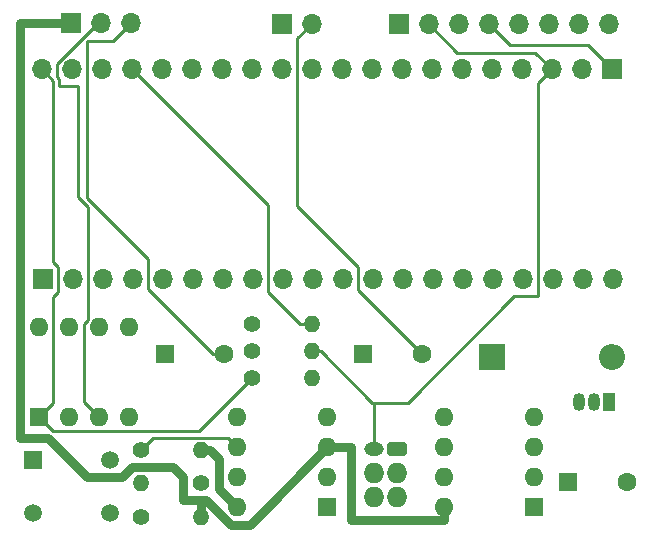
<source format=gbr>
%TF.GenerationSoftware,KiCad,Pcbnew,7.0.7*%
%TF.CreationDate,2023-11-13T10:05:20-05:00*%
%TF.ProjectId,Capstone-board-v1,43617073-746f-46e6-952d-626f6172642d,rev?*%
%TF.SameCoordinates,Original*%
%TF.FileFunction,Copper,L2,Bot*%
%TF.FilePolarity,Positive*%
%FSLAX46Y46*%
G04 Gerber Fmt 4.6, Leading zero omitted, Abs format (unit mm)*
G04 Created by KiCad (PCBNEW 7.0.7) date 2023-11-13 10:05:20*
%MOMM*%
%LPD*%
G01*
G04 APERTURE LIST*
G04 Aperture macros list*
%AMRoundRect*
0 Rectangle with rounded corners*
0 $1 Rounding radius*
0 $2 $3 $4 $5 $6 $7 $8 $9 X,Y pos of 4 corners*
0 Add a 4 corners polygon primitive as box body*
4,1,4,$2,$3,$4,$5,$6,$7,$8,$9,$2,$3,0*
0 Add four circle primitives for the rounded corners*
1,1,$1+$1,$2,$3*
1,1,$1+$1,$4,$5*
1,1,$1+$1,$6,$7*
1,1,$1+$1,$8,$9*
0 Add four rect primitives between the rounded corners*
20,1,$1+$1,$2,$3,$4,$5,0*
20,1,$1+$1,$4,$5,$6,$7,0*
20,1,$1+$1,$6,$7,$8,$9,0*
20,1,$1+$1,$8,$9,$2,$3,0*%
G04 Aperture macros list end*
%TA.AperFunction,ComponentPad*%
%ADD10RoundRect,0.250000X-0.575000X0.350000X-0.575000X-0.350000X0.575000X-0.350000X0.575000X0.350000X0*%
%TD*%
%TA.AperFunction,ComponentPad*%
%ADD11O,1.650000X1.200000*%
%TD*%
%TA.AperFunction,ComponentPad*%
%ADD12O,1.750000X1.750000*%
%TD*%
%TA.AperFunction,ComponentPad*%
%ADD13O,1.700000X1.700000*%
%TD*%
%TA.AperFunction,ComponentPad*%
%ADD14R,1.700000X1.700000*%
%TD*%
%TA.AperFunction,ComponentPad*%
%ADD15C,1.508000*%
%TD*%
%TA.AperFunction,ComponentPad*%
%ADD16R,1.508000X1.508000*%
%TD*%
%TA.AperFunction,ComponentPad*%
%ADD17O,1.050000X1.500000*%
%TD*%
%TA.AperFunction,ComponentPad*%
%ADD18R,1.050000X1.500000*%
%TD*%
%TA.AperFunction,ComponentPad*%
%ADD19C,1.400000*%
%TD*%
%TA.AperFunction,ComponentPad*%
%ADD20O,1.400000X1.400000*%
%TD*%
%TA.AperFunction,ComponentPad*%
%ADD21O,1.600000X1.600000*%
%TD*%
%TA.AperFunction,ComponentPad*%
%ADD22R,1.600000X1.600000*%
%TD*%
%TA.AperFunction,ComponentPad*%
%ADD23C,1.600000*%
%TD*%
%TA.AperFunction,ComponentPad*%
%ADD24O,2.200000X2.200000*%
%TD*%
%TA.AperFunction,ComponentPad*%
%ADD25R,2.200000X2.200000*%
%TD*%
%TA.AperFunction,Conductor*%
%ADD26C,0.750000*%
%TD*%
%TA.AperFunction,Conductor*%
%ADD27C,0.250000*%
%TD*%
G04 APERTURE END LIST*
D10*
%TO.P,BT1,1,+*%
%TO.N,VCC*%
X54740000Y-59600000D03*
D11*
%TO.P,BT1,2,-*%
%TO.N,Earth*%
X52740000Y-59600000D03*
D12*
%TO.P,BT1,3*%
%TO.N,N/C*%
X54740000Y-61600000D03*
%TO.P,BT1,4*%
X52740000Y-61600000D03*
%TO.P,BT1,5*%
X54740000Y-63600000D03*
%TO.P,BT1,6*%
X52740000Y-63600000D03*
%TD*%
D13*
%TO.P,M1,2,-*%
%TO.N,Net-(D1-A)*%
X47480000Y-23540000D03*
D14*
%TO.P,M1,1,+*%
%TO.N,Net-(D1-K)*%
X44940000Y-23540000D03*
%TD*%
D13*
%TO.P,U3,3,GND*%
%TO.N,Earth*%
X32200000Y-23470000D03*
%TO.P,U3,2,VOUT*%
%TO.N,Net-(U3-VOUT)*%
X29660000Y-23470000D03*
D14*
%TO.P,U3,1,VCC*%
%TO.N,Net-(U1-IN)*%
X27120000Y-23470000D03*
%TD*%
D15*
%TO.P,S1,4*%
%TO.N,Net-(U2-THR)*%
X30428000Y-64988000D03*
%TO.P,S1,3*%
%TO.N,unconnected-(S1-Pad3)*%
X23928000Y-64988000D03*
%TO.P,S1,2*%
%TO.N,unconnected-(S1-Pad2)*%
X30428000Y-60488000D03*
D16*
%TO.P,S1,1*%
%TO.N,Net-(C1-Pad1)*%
X23928000Y-60488000D03*
%TD*%
D17*
%TO.P,Q1,3,C*%
%TO.N,Net-(D1-A)*%
X70104000Y-55626000D03*
%TO.P,Q1,2,B*%
%TO.N,Net-(Q1-B)*%
X71374000Y-55626000D03*
D18*
%TO.P,Q1,1,E*%
%TO.N,Earth*%
X72644000Y-55626000D03*
%TD*%
D19*
%TO.P,R4,1*%
%TO.N,Net-(Q1-B)*%
X42418000Y-49022000D03*
D20*
%TO.P,R4,2*%
%TO.N,Net-(J1-Pin_17)*%
X47498000Y-49022000D03*
%TD*%
D21*
%TO.P,U2,8,VCC*%
%TO.N,VCC*%
X41148000Y-64470500D03*
%TO.P,U2,7,DIS*%
%TO.N,unconnected-(U2-DIS-Pad7)*%
X41148000Y-61930500D03*
%TO.P,U2,6,THR*%
%TO.N,Net-(U2-THR)*%
X41148000Y-59390500D03*
%TO.P,U2,5,CV*%
%TO.N,unconnected-(U2-CV-Pad5)*%
X41148000Y-56850500D03*
%TO.P,U2,4,R*%
%TO.N,VCC*%
X48768000Y-56850500D03*
%TO.P,U2,3,Q*%
%TO.N,Net-(U1-IN)*%
X48768000Y-59390500D03*
%TO.P,U2,2,TR*%
%TO.N,Net-(U2-THR)*%
X48768000Y-61930500D03*
D22*
%TO.P,U2,1,GND*%
%TO.N,Earth*%
X48768000Y-64470500D03*
%TD*%
D21*
%TO.P,U1,8,IN*%
%TO.N,Net-(U1-IN)*%
X58664000Y-64506000D03*
%TO.P,U1,7,NC*%
%TO.N,unconnected-(U1-NC-Pad7)*%
X58664000Y-61966000D03*
%TO.P,U1,6,NC*%
%TO.N,unconnected-(U1-NC-Pad6)*%
X58664000Y-59426000D03*
%TO.P,U1,5,\u002ASHDN*%
%TO.N,unconnected-(U1-\u002ASHDN-Pad5)*%
X58664000Y-56886000D03*
%TO.P,U1,4,NC*%
%TO.N,unconnected-(U1-NC-Pad4)*%
X66284000Y-56886000D03*
%TO.P,U1,3,GND*%
%TO.N,Earth*%
X66284000Y-59426000D03*
%TO.P,U1,2,NC/ADJ*%
%TO.N,unconnected-(U1-NC{slash}ADJ-Pad2)*%
X66284000Y-61966000D03*
D22*
%TO.P,U1,1,OUT*%
%TO.N,Net-(D1-K)*%
X66284000Y-64506000D03*
%TD*%
D23*
%TO.P,C1,2*%
%TO.N,Earth*%
X40092000Y-51562000D03*
D22*
%TO.P,C1,1*%
%TO.N,Net-(C1-Pad1)*%
X35092000Y-51562000D03*
%TD*%
D19*
%TO.P,R6,1*%
%TO.N,Net-(J1-Pin_20)*%
X42418000Y-53594000D03*
D20*
%TO.P,R6,2*%
%TO.N,Net-(U4--)*%
X47498000Y-53594000D03*
%TD*%
D19*
%TO.P,R2,1*%
%TO.N,Earth*%
X38130000Y-62480000D03*
D20*
%TO.P,R2,2*%
%TO.N,Net-(U2-THR)*%
X33050000Y-62480000D03*
%TD*%
D19*
%TO.P,R3,1*%
%TO.N,Net-(U2-THR)*%
X33020000Y-59644500D03*
D20*
%TO.P,R3,2*%
%TO.N,VCC*%
X38100000Y-59644500D03*
%TD*%
D22*
%TO.P,C3,1*%
%TO.N,Net-(D1-K)*%
X51856000Y-51562000D03*
D23*
%TO.P,C3,2*%
%TO.N,Net-(D1-A)*%
X56856000Y-51562000D03*
%TD*%
D22*
%TO.P,U4,1*%
%TO.N,Net-(J1-Pin_20)*%
X24394000Y-56886000D03*
D21*
%TO.P,U4,2,-*%
%TO.N,Net-(U4--)*%
X26934000Y-56886000D03*
%TO.P,U4,3,+*%
%TO.N,Net-(U3-VOUT)*%
X29474000Y-56886000D03*
%TO.P,U4,4,V-*%
%TO.N,Earth*%
X32014000Y-56886000D03*
%TO.P,U4,5*%
%TO.N,N/C*%
X32014000Y-49266000D03*
%TO.P,U4,6*%
X29474000Y-49266000D03*
%TO.P,U4,7*%
X26934000Y-49266000D03*
%TO.P,U4,8,V+*%
%TO.N,Net-(D1-K)*%
X24394000Y-49266000D03*
%TD*%
D13*
%TO.P,J3,8,Pin_8*%
%TO.N,unconnected-(J3-Pin_8-Pad8)*%
X72644000Y-23622000D03*
%TO.P,J3,7,Pin_7*%
%TO.N,unconnected-(J3-Pin_7-Pad7)*%
X70104000Y-23622000D03*
%TO.P,J3,6,Pin_6*%
%TO.N,unconnected-(J3-Pin_6-Pad6)*%
X67564000Y-23622000D03*
%TO.P,J3,5,Pin_5*%
%TO.N,unconnected-(J3-Pin_5-Pad5)*%
X65024000Y-23622000D03*
%TO.P,J3,4,Pin_4*%
%TO.N,Net-(J1-Pin_1)*%
X62484000Y-23622000D03*
%TO.P,J3,3,Pin_3*%
%TO.N,Net-(J1-Pin_2)*%
X59944000Y-23622000D03*
%TO.P,J3,2,Pin_2*%
%TO.N,Earth*%
X57404000Y-23622000D03*
D14*
%TO.P,J3,1,Pin_1*%
%TO.N,Net-(D1-K)*%
X54864000Y-23622000D03*
%TD*%
D13*
%TO.P,J1,20,Pin_20*%
%TO.N,Net-(J1-Pin_20)*%
X24638000Y-27432000D03*
%TO.P,J1,19,Pin_19*%
%TO.N,unconnected-(J1-Pin_19-Pad19)*%
X27178000Y-27432000D03*
%TO.P,J1,18,Pin_18*%
%TO.N,unconnected-(J1-Pin_18-Pad18)*%
X29718000Y-27432000D03*
%TO.P,J1,17,Pin_17*%
%TO.N,Net-(J1-Pin_17)*%
X32258000Y-27432000D03*
%TO.P,J1,16,Pin_16*%
%TO.N,unconnected-(J1-Pin_16-Pad16)*%
X34798000Y-27432000D03*
%TO.P,J1,15,Pin_15*%
%TO.N,unconnected-(J1-Pin_15-Pad15)*%
X37338000Y-27432000D03*
%TO.P,J1,14,Pin_14*%
%TO.N,unconnected-(J1-Pin_14-Pad14)*%
X39878000Y-27432000D03*
%TO.P,J1,13,Pin_13*%
%TO.N,unconnected-(J1-Pin_13-Pad13)*%
X42418000Y-27432000D03*
%TO.P,J1,12,Pin_12*%
%TO.N,unconnected-(J1-Pin_12-Pad12)*%
X44958000Y-27432000D03*
%TO.P,J1,11,Pin_11*%
%TO.N,unconnected-(J1-Pin_11-Pad11)*%
X47498000Y-27432000D03*
%TO.P,J1,10,Pin_10*%
%TO.N,unconnected-(J1-Pin_10-Pad10)*%
X50038000Y-27432000D03*
%TO.P,J1,9,Pin_9*%
%TO.N,unconnected-(J1-Pin_9-Pad9)*%
X52578000Y-27432000D03*
%TO.P,J1,8,Pin_8*%
%TO.N,unconnected-(J1-Pin_8-Pad8)*%
X55118000Y-27432000D03*
%TO.P,J1,7,Pin_7*%
%TO.N,unconnected-(J1-Pin_7-Pad7)*%
X57658000Y-27432000D03*
%TO.P,J1,6,Pin_6*%
%TO.N,unconnected-(J1-Pin_6-Pad6)*%
X60198000Y-27432000D03*
%TO.P,J1,5,Pin_5*%
%TO.N,unconnected-(J1-Pin_5-Pad5)*%
X62738000Y-27432000D03*
%TO.P,J1,4,Pin_4*%
%TO.N,unconnected-(J1-Pin_4-Pad4)*%
X65278000Y-27432000D03*
%TO.P,J1,3,Pin_3*%
%TO.N,Earth*%
X67818000Y-27432000D03*
%TO.P,J1,2,Pin_2*%
%TO.N,Net-(J1-Pin_2)*%
X70358000Y-27432000D03*
D14*
%TO.P,J1,1,Pin_1*%
%TO.N,Net-(J1-Pin_1)*%
X72898000Y-27432000D03*
%TD*%
D19*
%TO.P,R5,1*%
%TO.N,Net-(U4--)*%
X42418000Y-51308000D03*
D20*
%TO.P,R5,2*%
%TO.N,Earth*%
X47498000Y-51308000D03*
%TD*%
D13*
%TO.P,J2,20,Pin_20*%
%TO.N,unconnected-(J2-Pin_20-Pad20)*%
X72974200Y-45212000D03*
%TO.P,J2,19,Pin_19*%
%TO.N,Net-(D1-K)*%
X70434200Y-45212000D03*
%TO.P,J2,18,Pin_18*%
%TO.N,unconnected-(J2-Pin_18-Pad18)*%
X67894200Y-45212000D03*
%TO.P,J2,17,Pin_17*%
%TO.N,unconnected-(J2-Pin_17-Pad17)*%
X65354200Y-45212000D03*
%TO.P,J2,16,Pin_16*%
%TO.N,unconnected-(J2-Pin_16-Pad16)*%
X62814200Y-45212000D03*
%TO.P,J2,15,Pin_15*%
%TO.N,unconnected-(J2-Pin_15-Pad15)*%
X60274200Y-45212000D03*
%TO.P,J2,14,Pin_14*%
%TO.N,unconnected-(J2-Pin_14-Pad14)*%
X57734200Y-45212000D03*
%TO.P,J2,13,Pin_13*%
%TO.N,unconnected-(J2-Pin_13-Pad13)*%
X55194200Y-45212000D03*
%TO.P,J2,12,Pin_12*%
%TO.N,unconnected-(J2-Pin_12-Pad12)*%
X52654200Y-45212000D03*
%TO.P,J2,11,Pin_11*%
%TO.N,unconnected-(J2-Pin_11-Pad11)*%
X50114200Y-45212000D03*
%TO.P,J2,10,Pin_10*%
%TO.N,unconnected-(J2-Pin_10-Pad10)*%
X47574200Y-45212000D03*
%TO.P,J2,9,Pin_9*%
%TO.N,unconnected-(J2-Pin_9-Pad9)*%
X45034200Y-45212000D03*
%TO.P,J2,8,Pin_8*%
%TO.N,unconnected-(J2-Pin_8-Pad8)*%
X42494200Y-45212000D03*
%TO.P,J2,7,Pin_7*%
%TO.N,unconnected-(J2-Pin_7-Pad7)*%
X39954200Y-45212000D03*
%TO.P,J2,6,Pin_6*%
%TO.N,unconnected-(J2-Pin_6-Pad6)*%
X37414200Y-45212000D03*
%TO.P,J2,5,Pin_5*%
%TO.N,unconnected-(J2-Pin_5-Pad5)*%
X34874200Y-45212000D03*
%TO.P,J2,4,Pin_4*%
%TO.N,unconnected-(J2-Pin_4-Pad4)*%
X32334200Y-45212000D03*
%TO.P,J2,3,Pin_3*%
%TO.N,unconnected-(J2-Pin_3-Pad3)*%
X29794200Y-45212000D03*
%TO.P,J2,2,Pin_2*%
%TO.N,unconnected-(J2-Pin_2-Pad2)*%
X27254200Y-45212000D03*
D14*
%TO.P,J2,1,Pin_1*%
%TO.N,unconnected-(J2-Pin_1-Pad1)*%
X24714200Y-45212000D03*
%TD*%
D23*
%TO.P,C2,2*%
%TO.N,Earth*%
X74168000Y-62378000D03*
D22*
%TO.P,C2,1*%
%TO.N,Net-(D1-K)*%
X69168000Y-62378000D03*
%TD*%
D24*
%TO.P,D1,2,A*%
%TO.N,Net-(D1-A)*%
X72898000Y-51816000D03*
D25*
%TO.P,D1,1,K*%
%TO.N,Net-(D1-K)*%
X62738000Y-51816000D03*
%TD*%
D19*
%TO.P,R1,1*%
%TO.N,Net-(C1-Pad1)*%
X33050000Y-65300000D03*
D20*
%TO.P,R1,2*%
%TO.N,Net-(U1-IN)*%
X38130000Y-65300000D03*
%TD*%
D26*
%TO.N,Net-(U1-IN)*%
X22790000Y-23470000D02*
X27120000Y-23470000D01*
X22790000Y-58630000D02*
X22790000Y-23470000D01*
X32301377Y-61110000D02*
X31441377Y-61970000D01*
X25148051Y-58630000D02*
X22790000Y-58630000D01*
X35750000Y-61110000D02*
X32301377Y-61110000D01*
X36560000Y-61920000D02*
X35750000Y-61110000D01*
X28488051Y-61970000D02*
X25148051Y-58630000D01*
X36560000Y-63860000D02*
X36560000Y-61920000D01*
X31441377Y-61970000D02*
X28488051Y-61970000D01*
X38530000Y-63860000D02*
X36560000Y-63860000D01*
D27*
%TO.N,Net-(U3-VOUT)*%
X29660000Y-23470000D02*
X29363604Y-23470000D01*
X29363604Y-23470000D02*
X25900000Y-26933604D01*
X25900000Y-26933604D02*
X25900000Y-28057604D01*
X25900000Y-28057604D02*
X26070000Y-28227604D01*
X27664701Y-38201097D02*
X28530000Y-39066396D01*
X26070000Y-28227604D02*
X26070000Y-28840000D01*
X27664701Y-28840000D02*
X27664701Y-38201097D01*
X26070000Y-28840000D02*
X27664701Y-28840000D01*
X28530000Y-39066396D02*
X28530000Y-48619009D01*
X28530000Y-48619009D02*
X28180000Y-48969009D01*
X28180000Y-48969009D02*
X28180000Y-55592000D01*
X28180000Y-55592000D02*
X29474000Y-56886000D01*
%TO.N,Earth*%
X52740000Y-55790000D02*
X52578000Y-55628000D01*
X52740000Y-59600000D02*
X52740000Y-55790000D01*
D26*
%TO.N,Net-(U1-IN)*%
X58664000Y-64506000D02*
X58664000Y-65580000D01*
X50809500Y-59390500D02*
X48768000Y-59390500D01*
X58664000Y-65580000D02*
X50810000Y-65580000D01*
X50810000Y-65580000D02*
X50810000Y-59390000D01*
X50810000Y-59390000D02*
X50809500Y-59390500D01*
D27*
%TO.N,Net-(D1-A)*%
X46230000Y-39020000D02*
X46230000Y-24790000D01*
X51380000Y-46086000D02*
X51380000Y-44170000D01*
X51380000Y-44170000D02*
X46230000Y-39020000D01*
X46230000Y-24790000D02*
X47480000Y-23540000D01*
X56856000Y-51562000D02*
X51380000Y-46086000D01*
%TO.N,Earth*%
X30640000Y-25030000D02*
X32200000Y-23470000D01*
X28440000Y-25030000D02*
X30640000Y-25030000D01*
D26*
%TO.N,VCC*%
X39630000Y-62952500D02*
X41148000Y-64470500D01*
X38864500Y-59644500D02*
X39630000Y-60410000D01*
X38100000Y-59644500D02*
X38864500Y-59644500D01*
X39630000Y-60410000D02*
X39630000Y-62952500D01*
D27*
%TO.N,Earth*%
X48258000Y-51308000D02*
X47498000Y-51308000D01*
X33600000Y-46046000D02*
X39116000Y-51562000D01*
X59812000Y-26030000D02*
X57404000Y-23622000D01*
X66660000Y-28590000D02*
X67818000Y-27432000D01*
X39116000Y-51562000D02*
X40092000Y-51562000D01*
X28440000Y-25030000D02*
X28440000Y-38340000D01*
X67818000Y-27432000D02*
X66416000Y-26030000D01*
X52578000Y-55628000D02*
X55626499Y-55628000D01*
X55626499Y-55628000D02*
X64604499Y-46650000D01*
X66660000Y-46650000D02*
X66660000Y-28590000D01*
X66416000Y-26030000D02*
X59812000Y-26030000D01*
X64604499Y-46650000D02*
X66660000Y-46650000D01*
X52578000Y-55628000D02*
X48258000Y-51308000D01*
X33600000Y-43500000D02*
X33600000Y-46046000D01*
X28440000Y-38340000D02*
X33600000Y-43500000D01*
%TO.N,Net-(J1-Pin_1)*%
X64252000Y-25390000D02*
X70856000Y-25390000D01*
X70856000Y-25390000D02*
X72898000Y-27432000D01*
X62484000Y-23622000D02*
X64252000Y-25390000D01*
%TO.N,Net-(J1-Pin_17)*%
X47498000Y-49022000D02*
X46508051Y-49022000D01*
X43760000Y-46273949D02*
X43760000Y-38934000D01*
X46508051Y-49022000D02*
X43760000Y-46273949D01*
X43760000Y-38934000D02*
X32258000Y-27432000D01*
%TO.N,Net-(J1-Pin_20)*%
X25620000Y-43767800D02*
X25620000Y-28414000D01*
X42418000Y-53594000D02*
X37932000Y-58080000D01*
X25620000Y-28414000D02*
X24638000Y-27432000D01*
X24394000Y-56886000D02*
X25620000Y-55660000D01*
X37932000Y-58080000D02*
X25588000Y-58080000D01*
X25588000Y-58080000D02*
X24394000Y-56886000D01*
X25620000Y-46656200D02*
X26020000Y-46256200D01*
X26020000Y-46256200D02*
X26020000Y-44167800D01*
X26020000Y-44167800D02*
X25620000Y-43767800D01*
X25620000Y-55660000D02*
X25620000Y-46656200D01*
%TO.N,Net-(U2-THR)*%
X33020000Y-59644500D02*
X34045000Y-58619500D01*
X40377000Y-58619500D02*
X41148000Y-59390500D01*
X34045000Y-58619500D02*
X40377000Y-58619500D01*
D26*
%TO.N,Net-(U1-IN)*%
X40640000Y-65970000D02*
X38530000Y-63860000D01*
X48768000Y-59390500D02*
X48768000Y-59432000D01*
X48768000Y-59432000D02*
X42230000Y-65970000D01*
X42230000Y-65970000D02*
X40640000Y-65970000D01*
X38530000Y-63860000D02*
X38130000Y-64260000D01*
X38130000Y-64260000D02*
X38130000Y-65300000D01*
%TD*%
M02*

</source>
